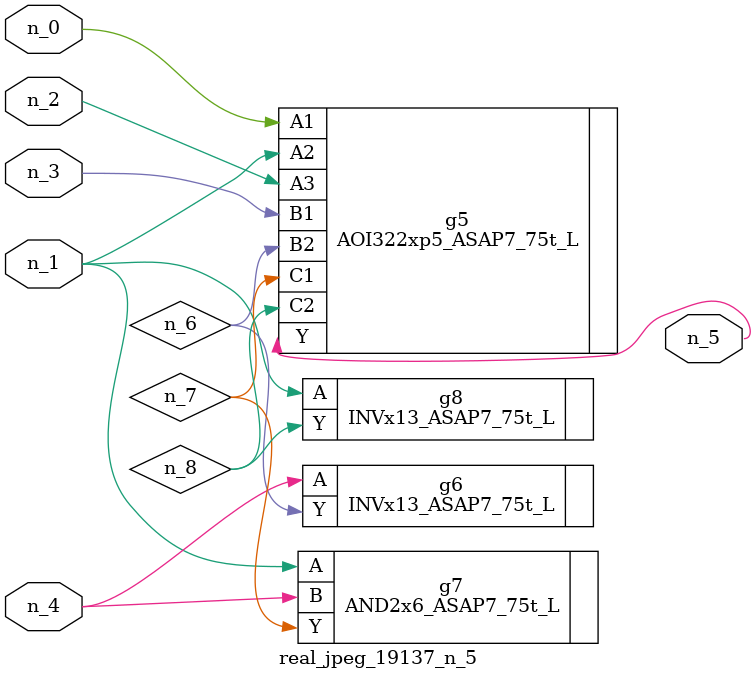
<source format=v>
module real_jpeg_19137_n_5 (n_4, n_0, n_1, n_2, n_3, n_5);

input n_4;
input n_0;
input n_1;
input n_2;
input n_3;

output n_5;

wire n_8;
wire n_6;
wire n_7;

AOI322xp5_ASAP7_75t_L g5 ( 
.A1(n_0),
.A2(n_1),
.A3(n_2),
.B1(n_3),
.B2(n_6),
.C1(n_7),
.C2(n_8),
.Y(n_5)
);

AND2x6_ASAP7_75t_L g7 ( 
.A(n_1),
.B(n_4),
.Y(n_7)
);

INVx13_ASAP7_75t_L g8 ( 
.A(n_1),
.Y(n_8)
);

INVx13_ASAP7_75t_L g6 ( 
.A(n_4),
.Y(n_6)
);


endmodule
</source>
